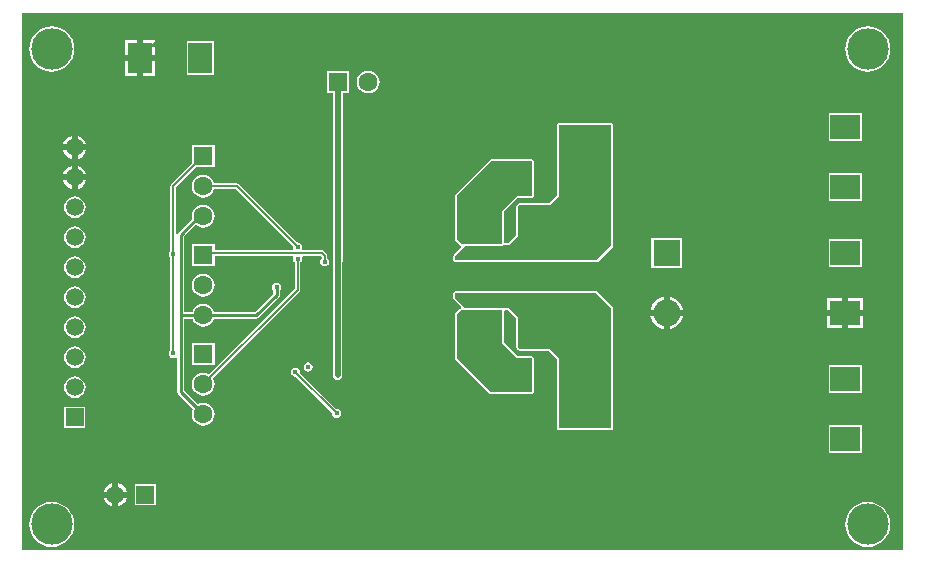
<source format=gbl>
G04*
G04 #@! TF.GenerationSoftware,Altium Limited,Altium Designer,20.2.7 (254)*
G04*
G04 Layer_Physical_Order=2*
G04 Layer_Color=16711680*
%FSLAX24Y24*%
%MOIN*%
G70*
G04*
G04 #@! TF.SameCoordinates,5986AE49-7A84-4E6F-8F63-06B94A686D52*
G04*
G04*
G04 #@! TF.FilePolarity,Positive*
G04*
G01*
G75*
%ADD17C,0.0100*%
%ADD28R,0.0630X0.0630*%
%ADD29C,0.0630*%
%ADD30R,0.0630X0.0630*%
%ADD31R,0.0984X0.0787*%
%ADD32C,0.0900*%
%ADD33R,0.0900X0.0900*%
%ADD34C,0.0591*%
%ADD35R,0.0591X0.0591*%
%ADD36R,0.0591X0.0591*%
%ADD37R,0.0787X0.0984*%
%ADD38C,0.1380*%
%ADD40C,0.0200*%
%ADD42C,0.0060*%
%ADD43C,0.0177*%
%ADD44C,0.0197*%
G36*
X49334Y19187D02*
X19958D01*
Y35775D01*
Y37063D01*
X49334D01*
Y19187D01*
D02*
G37*
%LPC*%
G36*
X24389Y36167D02*
X23996D01*
Y35675D01*
X24389D01*
Y36167D01*
D02*
G37*
G36*
X23796D02*
X23402D01*
Y35675D01*
X23796D01*
Y36167D01*
D02*
G37*
G36*
X48146Y36629D02*
X47999Y36614D01*
X47857Y36571D01*
X47727Y36502D01*
X47613Y36408D01*
X47519Y36294D01*
X47449Y36163D01*
X47407Y36022D01*
X47392Y35875D01*
X47407Y35728D01*
X47449Y35587D01*
X47519Y35456D01*
X47613Y35342D01*
X47727Y35248D01*
X47857Y35179D01*
X47999Y35136D01*
X48146Y35121D01*
X48293Y35136D01*
X48434Y35179D01*
X48564Y35248D01*
X48679Y35342D01*
X48772Y35456D01*
X48842Y35587D01*
X48885Y35728D01*
X48899Y35875D01*
X48885Y36022D01*
X48842Y36163D01*
X48772Y36294D01*
X48679Y36408D01*
X48564Y36502D01*
X48434Y36571D01*
X48293Y36614D01*
X48146Y36629D01*
D02*
G37*
G36*
X20946D02*
X20799Y36614D01*
X20657Y36571D01*
X20527Y36502D01*
X20413Y36408D01*
X20319Y36294D01*
X20249Y36163D01*
X20207Y36022D01*
X20192Y35875D01*
X20207Y35728D01*
X20249Y35587D01*
X20319Y35456D01*
X20413Y35342D01*
X20527Y35248D01*
X20657Y35179D01*
X20799Y35136D01*
X20946Y35121D01*
X21093Y35136D01*
X21234Y35179D01*
X21364Y35248D01*
X21479Y35342D01*
X21572Y35456D01*
X21642Y35587D01*
X21685Y35728D01*
X21699Y35875D01*
X21685Y36022D01*
X21642Y36163D01*
X21572Y36294D01*
X21479Y36408D01*
X21364Y36502D01*
X21234Y36571D01*
X21093Y36614D01*
X20946Y36629D01*
D02*
G37*
G36*
X26349Y36127D02*
X25442D01*
Y35023D01*
X26349D01*
Y36127D01*
D02*
G37*
G36*
X24389Y35475D02*
X23996D01*
Y34983D01*
X24389D01*
Y35475D01*
D02*
G37*
G36*
X23796D02*
X23402D01*
Y34983D01*
X23796D01*
Y35475D01*
D02*
G37*
G36*
X31496Y35153D02*
X31398Y35140D01*
X31307Y35103D01*
X31228Y35042D01*
X31168Y34964D01*
X31130Y34873D01*
X31117Y34775D01*
X31130Y34677D01*
X31168Y34586D01*
X31228Y34508D01*
X31307Y34447D01*
X31398Y34410D01*
X31496Y34397D01*
X31594Y34410D01*
X31685Y34447D01*
X31763Y34508D01*
X31823Y34586D01*
X31861Y34677D01*
X31874Y34775D01*
X31861Y34873D01*
X31823Y34964D01*
X31763Y35042D01*
X31685Y35103D01*
X31594Y35140D01*
X31496Y35153D01*
D02*
G37*
G36*
X47948Y33729D02*
X46844D01*
Y32821D01*
X47948D01*
Y33729D01*
D02*
G37*
G36*
X21818Y32986D02*
Y32700D01*
X22104D01*
X22103Y32703D01*
X22063Y32799D01*
X22000Y32882D01*
X21917Y32945D01*
X21821Y32985D01*
X21818Y32986D01*
D02*
G37*
G36*
X21618D02*
X21615Y32985D01*
X21519Y32945D01*
X21436Y32882D01*
X21373Y32799D01*
X21333Y32703D01*
X21333Y32700D01*
X21618D01*
Y32986D01*
D02*
G37*
G36*
X22104Y32500D02*
X21818D01*
Y32214D01*
X21821Y32215D01*
X21917Y32255D01*
X22000Y32318D01*
X22063Y32401D01*
X22103Y32497D01*
X22104Y32500D01*
D02*
G37*
G36*
X21618D02*
X21333D01*
X21333Y32497D01*
X21373Y32401D01*
X21436Y32318D01*
X21519Y32255D01*
X21615Y32215D01*
X21618Y32214D01*
Y32500D01*
D02*
G37*
G36*
X21818Y31986D02*
Y31700D01*
X22104D01*
X22103Y31703D01*
X22063Y31799D01*
X22000Y31882D01*
X21917Y31945D01*
X21821Y31985D01*
X21818Y31986D01*
D02*
G37*
G36*
X21618D02*
X21615Y31985D01*
X21519Y31945D01*
X21436Y31882D01*
X21373Y31799D01*
X21333Y31703D01*
X21333Y31700D01*
X21618D01*
Y31986D01*
D02*
G37*
G36*
X22104Y31500D02*
X21818D01*
Y31214D01*
X21821Y31215D01*
X21917Y31255D01*
X22000Y31318D01*
X22063Y31401D01*
X22103Y31497D01*
X22104Y31500D01*
D02*
G37*
G36*
X21618D02*
X21333D01*
X21333Y31497D01*
X21373Y31401D01*
X21436Y31318D01*
X21519Y31255D01*
X21615Y31215D01*
X21618Y31214D01*
Y31500D01*
D02*
G37*
G36*
X47948Y31729D02*
X46844D01*
Y30821D01*
X47948D01*
Y31729D01*
D02*
G37*
G36*
X21718Y30958D02*
X21625Y30946D01*
X21539Y30910D01*
X21465Y30853D01*
X21408Y30779D01*
X21372Y30693D01*
X21360Y30600D01*
X21372Y30507D01*
X21408Y30421D01*
X21465Y30347D01*
X21539Y30290D01*
X21625Y30254D01*
X21718Y30242D01*
X21811Y30254D01*
X21897Y30290D01*
X21971Y30347D01*
X22028Y30421D01*
X22064Y30507D01*
X22076Y30600D01*
X22064Y30693D01*
X22028Y30779D01*
X21971Y30853D01*
X21897Y30910D01*
X21811Y30946D01*
X21718Y30958D01*
D02*
G37*
G36*
X26375Y32675D02*
X25625D01*
Y32055D01*
X24931Y31361D01*
X24911Y31331D01*
X24904Y31296D01*
Y29142D01*
X24889Y29132D01*
X24856Y29083D01*
X24844Y29025D01*
X24856Y28967D01*
X24889Y28918D01*
X24904Y28908D01*
Y25842D01*
X24889Y25832D01*
X24856Y25783D01*
X24844Y25725D01*
X24856Y25667D01*
X24889Y25618D01*
X24938Y25585D01*
X24996Y25574D01*
X25054Y25585D01*
X25084Y25605D01*
X25134Y25581D01*
Y24454D01*
X25134Y24454D01*
X25142Y24411D01*
X25166Y24375D01*
X25667Y23875D01*
X25635Y23798D01*
X25622Y23700D01*
X25635Y23602D01*
X25672Y23511D01*
X25733Y23433D01*
X25811Y23372D01*
X25902Y23335D01*
X26000Y23322D01*
X26098Y23335D01*
X26189Y23372D01*
X26267Y23433D01*
X26328Y23511D01*
X26365Y23602D01*
X26378Y23700D01*
X26365Y23798D01*
X26328Y23889D01*
X26267Y23967D01*
X26189Y24028D01*
X26098Y24065D01*
X26000Y24078D01*
X25902Y24065D01*
X25825Y24033D01*
X25358Y24501D01*
Y26888D01*
X25641D01*
X25672Y26811D01*
X25733Y26733D01*
X25811Y26672D01*
X25902Y26635D01*
X26000Y26622D01*
X26098Y26635D01*
X26189Y26672D01*
X26267Y26733D01*
X26328Y26811D01*
X26359Y26888D01*
X27771D01*
X27771Y26888D01*
X27814Y26896D01*
X27850Y26921D01*
X28525Y27596D01*
X28525Y27596D01*
X28549Y27632D01*
X28558Y27675D01*
X28558Y27675D01*
Y27825D01*
X28586Y27867D01*
X28597Y27925D01*
X28586Y27983D01*
X28553Y28032D01*
X28504Y28065D01*
X28446Y28076D01*
X28388Y28065D01*
X28339Y28032D01*
X28306Y27983D01*
X28294Y27925D01*
X28306Y27867D01*
X28334Y27825D01*
Y27721D01*
X27724Y27112D01*
X26359D01*
X26328Y27189D01*
X26267Y27267D01*
X26189Y27328D01*
X26098Y27365D01*
X26000Y27378D01*
X25902Y27365D01*
X25811Y27328D01*
X25733Y27267D01*
X25672Y27189D01*
X25641Y27112D01*
X25358D01*
Y29629D01*
X25749Y30020D01*
X25811Y29972D01*
X25902Y29935D01*
X26000Y29922D01*
X26098Y29935D01*
X26189Y29972D01*
X26267Y30033D01*
X26328Y30111D01*
X26365Y30202D01*
X26378Y30300D01*
X26365Y30398D01*
X26328Y30489D01*
X26267Y30567D01*
X26189Y30628D01*
X26098Y30665D01*
X26000Y30678D01*
X25902Y30665D01*
X25811Y30628D01*
X25733Y30567D01*
X25672Y30489D01*
X25635Y30398D01*
X25622Y30300D01*
X25632Y30220D01*
X25166Y29754D01*
X25142Y29718D01*
X25137Y29695D01*
X25087Y29700D01*
Y31258D01*
X25755Y31925D01*
X26375D01*
Y32675D01*
D02*
G37*
G36*
X39596Y33390D02*
X37846D01*
X37800Y33371D01*
X37781Y33325D01*
X37781Y31002D01*
X37519Y30740D01*
X36546D01*
X36500Y30721D01*
X36450Y30671D01*
X36431Y30625D01*
Y29652D01*
X36169Y29390D01*
X36046D01*
X36011Y29425D01*
X36011Y29575D01*
X36011Y29775D01*
Y30448D01*
X36473Y30910D01*
X36946D01*
X36992Y30929D01*
X37011Y30975D01*
X37011Y32125D01*
X36992Y32171D01*
X36946Y32190D01*
X35596Y32190D01*
X35550Y32171D01*
X34400Y31021D01*
X34381Y30975D01*
X34381Y29775D01*
Y29525D01*
X34400Y29479D01*
X34550Y29329D01*
X34576Y29318D01*
X34593Y29264D01*
X34350Y29021D01*
X34331Y28975D01*
Y28967D01*
X34320Y28914D01*
X34331Y28860D01*
Y28825D01*
X34350Y28779D01*
X34396Y28760D01*
X34696D01*
X39096Y28760D01*
X39142Y28779D01*
X39642Y29279D01*
X39661Y29325D01*
X39661Y33325D01*
X39642Y33371D01*
X39596Y33390D01*
D02*
G37*
G36*
X21718Y29958D02*
X21625Y29946D01*
X21539Y29910D01*
X21465Y29853D01*
X21408Y29779D01*
X21372Y29693D01*
X21360Y29600D01*
X21372Y29507D01*
X21408Y29421D01*
X21465Y29347D01*
X21539Y29290D01*
X21625Y29254D01*
X21718Y29242D01*
X21811Y29254D01*
X21897Y29290D01*
X21971Y29347D01*
X22028Y29421D01*
X22064Y29507D01*
X22076Y29600D01*
X22064Y29693D01*
X22028Y29779D01*
X21971Y29853D01*
X21897Y29910D01*
X21811Y29946D01*
X21718Y29958D01*
D02*
G37*
G36*
X26000Y31678D02*
X25902Y31665D01*
X25811Y31628D01*
X25733Y31567D01*
X25672Y31489D01*
X25635Y31398D01*
X25622Y31300D01*
X25635Y31202D01*
X25672Y31111D01*
X25733Y31033D01*
X25811Y30972D01*
X25902Y30935D01*
X26000Y30922D01*
X26098Y30935D01*
X26189Y30972D01*
X26267Y31033D01*
X26328Y31111D01*
X26365Y31202D01*
X26366Y31208D01*
X27083D01*
X28998Y29293D01*
X28994Y29275D01*
X29006Y29217D01*
X29006Y29217D01*
X28979Y29167D01*
X26375D01*
Y29375D01*
X25625D01*
Y28625D01*
X26375D01*
Y28983D01*
X28979D01*
X29006Y28933D01*
X29006Y28933D01*
X28994Y28875D01*
X29006Y28817D01*
X29039Y28768D01*
X29054Y28758D01*
Y27884D01*
X26194Y25024D01*
X26189Y25028D01*
X26098Y25065D01*
X26000Y25078D01*
X25902Y25065D01*
X25811Y25028D01*
X25733Y24967D01*
X25672Y24889D01*
X25635Y24798D01*
X25622Y24700D01*
X25635Y24602D01*
X25672Y24511D01*
X25733Y24433D01*
X25811Y24372D01*
X25902Y24335D01*
X26000Y24322D01*
X26098Y24335D01*
X26189Y24372D01*
X26267Y24433D01*
X26328Y24511D01*
X26365Y24602D01*
X26378Y24700D01*
X26365Y24798D01*
X26328Y24889D01*
X26324Y24894D01*
X29211Y27781D01*
X29230Y27811D01*
X29237Y27846D01*
Y28758D01*
X29253Y28768D01*
X29286Y28817D01*
X29297Y28875D01*
X29286Y28933D01*
X29285Y28933D01*
X29312Y28983D01*
X29908D01*
X29952Y28939D01*
X29949Y28889D01*
X29939Y28882D01*
X29906Y28833D01*
X29894Y28775D01*
X29906Y28717D01*
X29939Y28668D01*
X29988Y28635D01*
X30046Y28624D01*
X30104Y28635D01*
X30153Y28668D01*
X30186Y28717D01*
X30197Y28775D01*
X30186Y28833D01*
X30153Y28882D01*
X30137Y28892D01*
Y28975D01*
X30130Y29010D01*
X30111Y29040D01*
X30011Y29140D01*
X29981Y29160D01*
X29946Y29167D01*
X29312D01*
X29285Y29217D01*
X29286Y29217D01*
X29297Y29275D01*
X29286Y29333D01*
X29253Y29382D01*
X29204Y29415D01*
X29146Y29426D01*
X29128Y29423D01*
X27186Y31365D01*
X27156Y31385D01*
X27121Y31392D01*
X26366D01*
X26365Y31398D01*
X26328Y31489D01*
X26267Y31567D01*
X26189Y31628D01*
X26098Y31665D01*
X26000Y31678D01*
D02*
G37*
G36*
X47948Y29529D02*
X46844D01*
Y28621D01*
X47948D01*
Y29529D01*
D02*
G37*
G36*
X41956Y29585D02*
X40936D01*
Y28565D01*
X41956D01*
Y29585D01*
D02*
G37*
G36*
X21718Y28958D02*
X21625Y28946D01*
X21539Y28910D01*
X21465Y28853D01*
X21408Y28779D01*
X21372Y28693D01*
X21360Y28600D01*
X21372Y28507D01*
X21408Y28421D01*
X21465Y28347D01*
X21539Y28290D01*
X21625Y28254D01*
X21718Y28242D01*
X21811Y28254D01*
X21897Y28290D01*
X21971Y28347D01*
X22028Y28421D01*
X22064Y28507D01*
X22076Y28600D01*
X22064Y28693D01*
X22028Y28779D01*
X21971Y28853D01*
X21897Y28910D01*
X21811Y28946D01*
X21718Y28958D01*
D02*
G37*
G36*
X26000Y28378D02*
X25902Y28365D01*
X25811Y28328D01*
X25733Y28267D01*
X25672Y28189D01*
X25635Y28098D01*
X25622Y28000D01*
X25635Y27902D01*
X25672Y27811D01*
X25733Y27733D01*
X25811Y27672D01*
X25902Y27635D01*
X26000Y27622D01*
X26098Y27635D01*
X26189Y27672D01*
X26267Y27733D01*
X26328Y27811D01*
X26365Y27902D01*
X26378Y28000D01*
X26365Y28098D01*
X26328Y28189D01*
X26267Y28267D01*
X26189Y28328D01*
X26098Y28365D01*
X26000Y28378D01*
D02*
G37*
G36*
X21718Y27958D02*
X21625Y27946D01*
X21539Y27910D01*
X21465Y27853D01*
X21408Y27779D01*
X21372Y27693D01*
X21360Y27600D01*
X21372Y27507D01*
X21408Y27421D01*
X21465Y27347D01*
X21539Y27290D01*
X21625Y27254D01*
X21718Y27242D01*
X21811Y27254D01*
X21897Y27290D01*
X21971Y27347D01*
X22028Y27421D01*
X22064Y27507D01*
X22076Y27600D01*
X22064Y27693D01*
X22028Y27779D01*
X21971Y27853D01*
X21897Y27910D01*
X21811Y27946D01*
X21718Y27958D01*
D02*
G37*
G36*
X47988Y27569D02*
X47496D01*
Y27175D01*
X47988D01*
Y27569D01*
D02*
G37*
G36*
X41546Y27617D02*
Y27175D01*
X41987D01*
X41982Y27219D01*
X41926Y27352D01*
X41838Y27467D01*
X41723Y27555D01*
X41589Y27611D01*
X41546Y27617D01*
D02*
G37*
G36*
X41346Y27617D02*
X41302Y27611D01*
X41168Y27555D01*
X41053Y27467D01*
X40965Y27352D01*
X40910Y27219D01*
X40904Y27175D01*
X41346D01*
Y27617D01*
D02*
G37*
G36*
X47296Y27569D02*
X46804D01*
Y27175D01*
X47296D01*
Y27569D01*
D02*
G37*
G36*
X47988Y26975D02*
X47496D01*
Y26581D01*
X47988D01*
Y26975D01*
D02*
G37*
G36*
X47296D02*
X46804D01*
Y26581D01*
X47296D01*
Y26975D01*
D02*
G37*
G36*
X41346D02*
X40904D01*
X40910Y26931D01*
X40965Y26798D01*
X41053Y26683D01*
X41168Y26595D01*
X41302Y26539D01*
X41346Y26533D01*
Y26975D01*
D02*
G37*
G36*
X41987D02*
X41546D01*
Y26533D01*
X41589Y26539D01*
X41723Y26595D01*
X41838Y26683D01*
X41926Y26798D01*
X41982Y26931D01*
X41987Y26975D01*
D02*
G37*
G36*
X21718Y26958D02*
X21625Y26946D01*
X21539Y26910D01*
X21465Y26853D01*
X21408Y26779D01*
X21372Y26693D01*
X21360Y26600D01*
X21372Y26507D01*
X21408Y26421D01*
X21465Y26347D01*
X21539Y26290D01*
X21625Y26254D01*
X21718Y26242D01*
X21811Y26254D01*
X21897Y26290D01*
X21971Y26347D01*
X22028Y26421D01*
X22064Y26507D01*
X22076Y26600D01*
X22064Y26693D01*
X22028Y26779D01*
X21971Y26853D01*
X21897Y26910D01*
X21811Y26946D01*
X21718Y26958D01*
D02*
G37*
G36*
X26375Y26075D02*
X25625D01*
Y25325D01*
X26375D01*
Y26075D01*
D02*
G37*
G36*
X21718Y25958D02*
X21625Y25946D01*
X21539Y25910D01*
X21465Y25853D01*
X21408Y25779D01*
X21372Y25693D01*
X21360Y25600D01*
X21372Y25507D01*
X21408Y25421D01*
X21465Y25347D01*
X21539Y25290D01*
X21625Y25254D01*
X21718Y25242D01*
X21811Y25254D01*
X21897Y25290D01*
X21971Y25347D01*
X22028Y25421D01*
X22064Y25507D01*
X22076Y25600D01*
X22064Y25693D01*
X22028Y25779D01*
X21971Y25853D01*
X21897Y25910D01*
X21811Y25946D01*
X21718Y25958D01*
D02*
G37*
G36*
X29497Y25425D02*
X29439Y25414D01*
X29390Y25381D01*
X29357Y25332D01*
X29345Y25274D01*
X29357Y25216D01*
X29390Y25167D01*
X29439Y25134D01*
X29497Y25122D01*
X29555Y25134D01*
X29604Y25167D01*
X29637Y25216D01*
X29648Y25274D01*
X29637Y25332D01*
X29604Y25381D01*
X29555Y25414D01*
X29497Y25425D01*
D02*
G37*
G36*
X30871Y35150D02*
X30121D01*
Y34400D01*
X30318D01*
Y24990D01*
X30330Y24927D01*
X30366Y24875D01*
X30418Y24839D01*
X30481Y24827D01*
X30543Y24839D01*
X30596Y24875D01*
X30632Y24927D01*
X30644Y24990D01*
Y34400D01*
X30871D01*
Y35150D01*
D02*
G37*
G36*
X47948Y25329D02*
X46844D01*
Y24421D01*
X47948D01*
Y25329D01*
D02*
G37*
G36*
X21718Y24958D02*
X21625Y24946D01*
X21539Y24910D01*
X21465Y24853D01*
X21408Y24779D01*
X21372Y24693D01*
X21360Y24600D01*
X21372Y24507D01*
X21408Y24421D01*
X21465Y24347D01*
X21539Y24290D01*
X21625Y24254D01*
X21718Y24242D01*
X21811Y24254D01*
X21897Y24290D01*
X21971Y24347D01*
X22028Y24421D01*
X22064Y24507D01*
X22076Y24600D01*
X22064Y24693D01*
X22028Y24779D01*
X21971Y24853D01*
X21897Y24910D01*
X21811Y24946D01*
X21718Y24958D01*
D02*
G37*
G36*
X29069Y25253D02*
X29011Y25241D01*
X28962Y25208D01*
X28929Y25159D01*
X28918Y25101D01*
X28929Y25043D01*
X28962Y24994D01*
X29011Y24961D01*
X29069Y24950D01*
X29088Y24953D01*
X30298Y23743D01*
X30294Y23725D01*
X30306Y23667D01*
X30339Y23618D01*
X30388Y23585D01*
X30446Y23574D01*
X30504Y23585D01*
X30553Y23618D01*
X30586Y23667D01*
X30597Y23725D01*
X30586Y23783D01*
X30553Y23832D01*
X30504Y23865D01*
X30446Y23876D01*
X30428Y23873D01*
X29217Y25083D01*
X29221Y25101D01*
X29209Y25159D01*
X29177Y25208D01*
X29127Y25241D01*
X29069Y25253D01*
D02*
G37*
G36*
X22073Y23955D02*
X21363D01*
Y23245D01*
X22073D01*
Y23955D01*
D02*
G37*
G36*
X34696Y27790D02*
X34396D01*
X34350Y27771D01*
X34331Y27725D01*
Y27690D01*
X34320Y27636D01*
X34331Y27583D01*
Y27575D01*
X34350Y27529D01*
X34593Y27286D01*
X34576Y27232D01*
X34550Y27221D01*
X34400Y27071D01*
X34381Y27025D01*
Y26775D01*
X34381Y25575D01*
X34400Y25529D01*
X35550Y24379D01*
X35596Y24360D01*
X36946Y24360D01*
X36992Y24379D01*
X37011Y24425D01*
X37011Y25575D01*
X36992Y25621D01*
X36946Y25640D01*
X36473D01*
X36011Y26102D01*
Y26775D01*
X36011Y26975D01*
X36011Y27125D01*
X36046Y27160D01*
X36169D01*
X36431Y26898D01*
Y25925D01*
X36450Y25879D01*
X36500Y25829D01*
X36546Y25810D01*
X37519D01*
X37781Y25548D01*
X37781Y23225D01*
X37800Y23179D01*
X37846Y23160D01*
X39596D01*
X39642Y23179D01*
X39661Y23225D01*
X39661Y27225D01*
X39642Y27271D01*
X39142Y27771D01*
X39096Y27790D01*
X34696Y27790D01*
D02*
G37*
G36*
X47948Y23329D02*
X46844D01*
Y22421D01*
X47948D01*
Y23329D01*
D02*
G37*
G36*
X23164Y21404D02*
Y21118D01*
X23449D01*
X23449Y21121D01*
X23409Y21218D01*
X23345Y21300D01*
X23263Y21364D01*
X23167Y21403D01*
X23164Y21404D01*
D02*
G37*
G36*
X22964D02*
X22960Y21403D01*
X22864Y21364D01*
X22782Y21300D01*
X22718Y21218D01*
X22678Y21121D01*
X22678Y21118D01*
X22964D01*
Y21404D01*
D02*
G37*
G36*
X24419Y21374D02*
X23708D01*
Y20663D01*
X24419D01*
Y21374D01*
D02*
G37*
G36*
X23449Y20918D02*
X23164D01*
Y20633D01*
X23167Y20633D01*
X23263Y20673D01*
X23345Y20736D01*
X23409Y20819D01*
X23449Y20915D01*
X23449Y20918D01*
D02*
G37*
G36*
X22964D02*
X22678D01*
X22678Y20915D01*
X22718Y20819D01*
X22782Y20736D01*
X22864Y20673D01*
X22960Y20633D01*
X22964Y20633D01*
Y20918D01*
D02*
G37*
G36*
X48146Y20779D02*
X47999Y20764D01*
X47857Y20721D01*
X47727Y20652D01*
X47613Y20558D01*
X47519Y20444D01*
X47449Y20313D01*
X47407Y20172D01*
X47392Y20025D01*
X47407Y19878D01*
X47449Y19737D01*
X47519Y19606D01*
X47613Y19492D01*
X47727Y19398D01*
X47857Y19329D01*
X47999Y19286D01*
X48146Y19271D01*
X48293Y19286D01*
X48434Y19329D01*
X48564Y19398D01*
X48679Y19492D01*
X48772Y19606D01*
X48842Y19737D01*
X48885Y19878D01*
X48899Y20025D01*
X48885Y20172D01*
X48842Y20313D01*
X48772Y20444D01*
X48679Y20558D01*
X48564Y20652D01*
X48434Y20721D01*
X48293Y20764D01*
X48146Y20779D01*
D02*
G37*
G36*
X20946D02*
X20799Y20764D01*
X20657Y20721D01*
X20527Y20652D01*
X20413Y20558D01*
X20319Y20444D01*
X20249Y20313D01*
X20207Y20172D01*
X20192Y20025D01*
X20207Y19878D01*
X20249Y19737D01*
X20319Y19606D01*
X20413Y19492D01*
X20527Y19398D01*
X20657Y19329D01*
X20799Y19286D01*
X20946Y19271D01*
X21093Y19286D01*
X21234Y19329D01*
X21364Y19398D01*
X21479Y19492D01*
X21572Y19606D01*
X21642Y19737D01*
X21685Y19878D01*
X21699Y20025D01*
X21685Y20172D01*
X21642Y20313D01*
X21572Y20444D01*
X21479Y20558D01*
X21364Y20652D01*
X21234Y20721D01*
X21093Y20764D01*
X20946Y20779D01*
D02*
G37*
%LPD*%
G36*
X36946Y32125D02*
X36946Y30975D01*
X36446D01*
X35946Y30475D01*
Y29775D01*
X35946Y29575D01*
X35946Y29375D01*
X34596Y29375D01*
X34446Y29525D01*
Y29775D01*
X34446Y30975D01*
X35596Y32125D01*
X36946Y32125D01*
D02*
G37*
G36*
X39596Y29325D02*
X39096Y28825D01*
X34696Y28825D01*
X34396D01*
Y28975D01*
X34731Y29310D01*
X35946Y29310D01*
X35982Y29325D01*
X36196D01*
X36496Y29625D01*
Y30625D01*
X36546Y30675D01*
X37546D01*
X37846Y30975D01*
X37846Y33325D01*
X39596D01*
X39596Y29325D01*
D02*
G37*
G36*
X35946Y26975D02*
X35946Y26775D01*
Y26075D01*
X36446Y25575D01*
X36946D01*
X36946Y24425D01*
X35596Y24425D01*
X34446Y25575D01*
X34446Y26775D01*
Y27025D01*
X34596Y27175D01*
X35946Y27175D01*
X35946Y26975D01*
D02*
G37*
G36*
X39096Y27725D02*
X39596Y27225D01*
X39596Y23225D01*
X37846D01*
X37846Y25575D01*
X37546Y25875D01*
X36546D01*
X36496Y25925D01*
Y26925D01*
X36196Y27225D01*
X35982D01*
X35946Y27240D01*
X34731Y27240D01*
X34396Y27575D01*
Y27725D01*
X34696D01*
X39096Y27725D01*
D02*
G37*
D17*
X35196Y22475D02*
Y23375D01*
Y22475D02*
X35396Y22275D01*
X40237Y22266D02*
X41446Y23475D01*
X40154Y22266D02*
X40237D01*
X40146Y22275D02*
X40154Y22266D01*
X35396Y22275D02*
X40146D01*
X41446Y23475D02*
Y27075D01*
X44696Y30325D02*
Y34125D01*
Y27075D02*
Y30325D01*
Y27075D02*
X47396D01*
X41446D02*
X44696D01*
X32330Y29574D02*
Y31691D01*
X31046Y32625D02*
X31396D01*
X32330Y31691D01*
X24796Y36475D02*
X30696D01*
X23896Y35575D02*
Y35673D01*
X24239Y36017D01*
X24338D01*
X24796Y36475D01*
X30696D02*
X31046Y36125D01*
Y32625D02*
Y36125D01*
X28446Y27675D02*
Y27925D01*
X27771Y27000D02*
X28446Y27675D01*
X26000Y27000D02*
X27771D01*
X25246Y26975D02*
Y29675D01*
Y24454D02*
Y26975D01*
X25271Y27000D02*
X26000D01*
X25246Y26975D02*
X25271Y27000D01*
X25871Y30300D02*
X26000D01*
X25246Y29675D02*
X25871Y30300D01*
X25246Y24454D02*
X26000Y23700D01*
X34946Y30075D02*
X36296Y31425D01*
X36196Y29625D02*
Y30525D01*
X35196Y23958D02*
X37029D01*
X33713D02*
X35196D01*
Y23375D02*
Y23958D01*
X33446Y24225D02*
X33713Y23958D01*
X33246Y24425D02*
X33446Y24225D01*
X33196Y26950D02*
Y26976D01*
Y26950D02*
X33246Y26900D01*
Y24425D02*
Y26900D01*
X37029Y23958D02*
X37346Y24275D01*
X36496Y25725D02*
X37287D01*
X37346Y25666D01*
Y24275D02*
Y25666D01*
X36196Y26025D02*
X36496Y25725D01*
X36196Y26025D02*
Y26925D01*
X33196Y29574D02*
Y29600D01*
X33246Y29650D01*
Y33275D01*
X33596Y33625D01*
X36146D02*
X37396Y32375D01*
X33596Y33625D02*
X36146D01*
X37396Y30925D02*
Y32375D01*
X37296Y30825D02*
X37396Y30925D01*
X36196Y30525D02*
X36496Y30825D01*
X37296D01*
X34946Y29675D02*
Y30075D01*
X38593Y29074D02*
Y32572D01*
X38596Y32575D01*
X38583Y29066D02*
X38592Y29075D01*
X35072Y29066D02*
X38583D01*
X38592Y29075D02*
X38593Y29074D01*
X34946Y26475D02*
X36296Y25125D01*
X34946Y26475D02*
Y26875D01*
X38593Y23978D02*
Y27476D01*
Y23978D02*
X38596Y23975D01*
X38583Y27484D02*
X38592Y27475D01*
X35072Y27484D02*
X38583D01*
X38592Y27475D02*
X38593Y27476D01*
D28*
X26000Y25700D02*
D03*
Y29000D02*
D03*
Y32300D02*
D03*
D29*
Y24700D02*
D03*
Y23700D02*
D03*
Y28000D02*
D03*
Y27000D02*
D03*
Y31300D02*
D03*
Y30300D02*
D03*
X31496Y34775D02*
D03*
D30*
X30496D02*
D03*
D31*
X47396Y33275D02*
D03*
Y31275D02*
D03*
Y24875D02*
D03*
Y22875D02*
D03*
Y29075D02*
D03*
Y27075D02*
D03*
D32*
X41446D02*
D03*
D33*
Y29075D02*
D03*
D34*
X21718Y32600D02*
D03*
Y31600D02*
D03*
Y30600D02*
D03*
Y28600D02*
D03*
Y26600D02*
D03*
Y24600D02*
D03*
Y25600D02*
D03*
Y27600D02*
D03*
Y29600D02*
D03*
X23064Y21018D02*
D03*
D35*
X21718Y23600D02*
D03*
D36*
X24064Y21018D02*
D03*
D37*
X23896Y35575D02*
D03*
X25896D02*
D03*
D38*
X20946Y35875D02*
D03*
Y20025D02*
D03*
X48146Y35875D02*
D03*
Y20025D02*
D03*
D40*
X30481Y34760D02*
X30496Y34775D01*
X30481Y24990D02*
Y34760D01*
D42*
X29069Y25101D02*
X30446Y23725D01*
X30256Y28596D02*
X30291Y28561D01*
X30671Y24911D02*
Y28740D01*
X30706Y28775D02*
X31530D01*
X29972Y28596D02*
X30256D01*
X30402Y24800D02*
X30560D01*
X30671Y24911D01*
Y28740D02*
X30706Y28775D01*
X31530D02*
X31896Y29141D01*
X29793Y28775D02*
X29972Y28596D01*
X29396Y28775D02*
X29793D01*
X30291Y24911D02*
Y28561D01*
Y24911D02*
X30402Y24800D01*
X24996Y29025D02*
Y31296D01*
Y25725D02*
Y29025D01*
Y31296D02*
X26000Y32300D01*
Y29000D02*
X26075Y29075D01*
X29946D01*
X30046Y28775D02*
Y28975D01*
X29946Y29075D02*
X30046Y28975D01*
X31346Y24325D02*
X31896D01*
X31896Y26976D02*
X32096Y26777D01*
Y24525D02*
Y26777D01*
X31896Y24325D02*
X32096Y24525D01*
X26000Y31300D02*
X27121D01*
X29146Y29275D01*
X26000Y24700D02*
X29146Y27846D01*
Y28875D01*
D43*
X48500Y33000D02*
D03*
Y31000D02*
D03*
X48000Y30000D02*
D03*
X48500Y27000D02*
D03*
X48000Y26000D02*
D03*
X48500Y25000D02*
D03*
X48000Y24000D02*
D03*
X48500Y23000D02*
D03*
X48000Y22000D02*
D03*
X48500Y21000D02*
D03*
X47000Y36000D02*
D03*
Y30000D02*
D03*
Y26000D02*
D03*
Y22000D02*
D03*
X47500Y21000D02*
D03*
X47000Y20000D02*
D03*
X46000Y36000D02*
D03*
Y30000D02*
D03*
X46500Y27000D02*
D03*
X46000Y26000D02*
D03*
Y22000D02*
D03*
X46500Y21000D02*
D03*
X46000Y20000D02*
D03*
X45000Y36000D02*
D03*
X45500Y27000D02*
D03*
Y21000D02*
D03*
X45000Y20000D02*
D03*
X44000Y36000D02*
D03*
Y34000D02*
D03*
X44500Y27000D02*
D03*
X44000Y26000D02*
D03*
Y22000D02*
D03*
X44500Y21000D02*
D03*
X44000Y20000D02*
D03*
X43000Y36000D02*
D03*
Y34000D02*
D03*
X43500Y27000D02*
D03*
X43000Y26000D02*
D03*
Y22000D02*
D03*
X43500Y21000D02*
D03*
X43000Y20000D02*
D03*
X42000Y36000D02*
D03*
Y34000D02*
D03*
X42500Y27000D02*
D03*
X42000Y26000D02*
D03*
Y22000D02*
D03*
X42500Y21000D02*
D03*
X42000Y20000D02*
D03*
X41000Y36000D02*
D03*
Y34000D02*
D03*
Y26000D02*
D03*
Y22000D02*
D03*
X41500Y21000D02*
D03*
X41000Y20000D02*
D03*
X40000Y36000D02*
D03*
Y34000D02*
D03*
Y26000D02*
D03*
Y22000D02*
D03*
X40500Y21000D02*
D03*
X40000Y20000D02*
D03*
X39000Y36000D02*
D03*
Y34000D02*
D03*
Y22000D02*
D03*
X39500Y21000D02*
D03*
X39000Y20000D02*
D03*
X38000Y36000D02*
D03*
Y34000D02*
D03*
Y22000D02*
D03*
X38500Y21000D02*
D03*
X38000Y20000D02*
D03*
X37000Y36000D02*
D03*
Y34000D02*
D03*
X37500Y33000D02*
D03*
X37000Y24000D02*
D03*
X37500Y23000D02*
D03*
X37000Y22000D02*
D03*
X37500Y21000D02*
D03*
X37000Y20000D02*
D03*
X36000Y36000D02*
D03*
Y34000D02*
D03*
X36500Y33000D02*
D03*
X36000Y24000D02*
D03*
X36500Y23000D02*
D03*
X36000Y22000D02*
D03*
X36500Y21000D02*
D03*
X36000Y20000D02*
D03*
X35000Y36000D02*
D03*
Y34000D02*
D03*
X35500Y33000D02*
D03*
X35000Y32000D02*
D03*
Y22000D02*
D03*
X35500Y21000D02*
D03*
X35000Y20000D02*
D03*
X34000Y36000D02*
D03*
Y34000D02*
D03*
X34500Y33000D02*
D03*
Y25000D02*
D03*
X34000Y22000D02*
D03*
X34500Y21000D02*
D03*
X34000Y20000D02*
D03*
X33000Y36000D02*
D03*
Y34000D02*
D03*
X33500Y33000D02*
D03*
X33000Y32000D02*
D03*
X33500Y31000D02*
D03*
X33000Y26000D02*
D03*
Y22000D02*
D03*
X33500Y21000D02*
D03*
X33000Y20000D02*
D03*
X32000Y36000D02*
D03*
Y34000D02*
D03*
X32500Y33000D02*
D03*
X32000Y32000D02*
D03*
X32500Y31000D02*
D03*
X32000Y26000D02*
D03*
Y24000D02*
D03*
X32500Y21000D02*
D03*
X32000Y20000D02*
D03*
X31000Y36000D02*
D03*
Y34000D02*
D03*
X31500Y33000D02*
D03*
Y31000D02*
D03*
Y29000D02*
D03*
Y27000D02*
D03*
Y21000D02*
D03*
X31000Y20000D02*
D03*
X30000Y34000D02*
D03*
Y32000D02*
D03*
Y22000D02*
D03*
X30500Y21000D02*
D03*
X30000Y20000D02*
D03*
X29500Y35000D02*
D03*
Y33000D02*
D03*
X29000Y32000D02*
D03*
X29500Y31000D02*
D03*
Y27000D02*
D03*
Y25000D02*
D03*
X29000Y24000D02*
D03*
X29500Y23000D02*
D03*
X29000Y20000D02*
D03*
X28500Y35000D02*
D03*
Y33000D02*
D03*
X28000Y32000D02*
D03*
X28500Y31000D02*
D03*
X28000Y28000D02*
D03*
X28500Y25000D02*
D03*
Y23000D02*
D03*
X27500Y35000D02*
D03*
X27000Y34000D02*
D03*
X27500Y33000D02*
D03*
X27000Y32000D02*
D03*
Y28000D02*
D03*
X27500Y25000D02*
D03*
X27000Y24000D02*
D03*
X27500Y23000D02*
D03*
X27000Y22000D02*
D03*
Y20000D02*
D03*
X26500Y35000D02*
D03*
X26000Y34000D02*
D03*
X26500Y33000D02*
D03*
Y31000D02*
D03*
X26000Y22000D02*
D03*
Y20000D02*
D03*
X25000Y36000D02*
D03*
Y34000D02*
D03*
X25500Y33000D02*
D03*
X25000Y32000D02*
D03*
X25500Y31000D02*
D03*
Y25000D02*
D03*
X25000Y24000D02*
D03*
Y22000D02*
D03*
Y20000D02*
D03*
X24500Y35000D02*
D03*
X24000Y34000D02*
D03*
X24500Y33000D02*
D03*
X24000Y32000D02*
D03*
X24500Y31000D02*
D03*
Y29000D02*
D03*
X24000Y28000D02*
D03*
X24500Y27000D02*
D03*
Y25000D02*
D03*
X24000Y24000D02*
D03*
Y22000D02*
D03*
Y20000D02*
D03*
X23000Y36000D02*
D03*
Y34000D02*
D03*
X23500Y33000D02*
D03*
X23000Y32000D02*
D03*
X23500Y31000D02*
D03*
Y29000D02*
D03*
X23000Y28000D02*
D03*
X23500Y27000D02*
D03*
Y25000D02*
D03*
X23000Y24000D02*
D03*
Y22000D02*
D03*
X23500Y21000D02*
D03*
X23000Y20000D02*
D03*
X22000Y36000D02*
D03*
X22500Y35000D02*
D03*
X22000Y34000D02*
D03*
X22500Y33000D02*
D03*
X22000Y32000D02*
D03*
X22500Y31000D02*
D03*
X22000Y30000D02*
D03*
X22500Y29000D02*
D03*
X22000Y28000D02*
D03*
X22500Y25000D02*
D03*
X22000Y22000D02*
D03*
X22500Y21000D02*
D03*
X22000Y20000D02*
D03*
X21500Y35000D02*
D03*
X21000Y34000D02*
D03*
Y32000D02*
D03*
X21500Y31000D02*
D03*
X21000Y30000D02*
D03*
X21500Y29000D02*
D03*
X21000Y28000D02*
D03*
X21500Y27000D02*
D03*
X21000Y26000D02*
D03*
X21500Y25000D02*
D03*
X21000Y24000D02*
D03*
X21500Y23000D02*
D03*
X21000Y22000D02*
D03*
X21500Y21000D02*
D03*
X39096Y23475D02*
D03*
X38596D02*
D03*
X38346D02*
D03*
X38846D02*
D03*
X38096D02*
D03*
X44696Y30325D02*
D03*
Y34125D02*
D03*
X29069Y25101D02*
D03*
X29497Y25274D02*
D03*
X24996Y29025D02*
D03*
Y25725D02*
D03*
X30046Y28775D02*
D03*
X31346Y24325D02*
D03*
X29396Y28775D02*
D03*
X31046Y32625D02*
D03*
X30446Y23725D02*
D03*
X28446Y27925D02*
D03*
X35096Y29475D02*
D03*
X35716Y29673D02*
D03*
X35246Y29675D02*
D03*
X35846Y29475D02*
D03*
X35474Y29673D02*
D03*
X34946Y29675D02*
D03*
X35596Y29475D02*
D03*
X35346D02*
D03*
X36196Y29625D02*
D03*
X35196Y23375D02*
D03*
X33446Y24225D02*
D03*
X29146Y29275D02*
D03*
Y28875D02*
D03*
X30481Y24990D02*
D03*
X36546Y25425D02*
D03*
X36796D02*
D03*
X39346Y33075D02*
D03*
X39096D02*
D03*
X38846D02*
D03*
X38596D02*
D03*
X38346D02*
D03*
X38096D02*
D03*
Y32825D02*
D03*
X38346D02*
D03*
X38096Y32575D02*
D03*
X38346D02*
D03*
X38596Y32825D02*
D03*
X38846D02*
D03*
X39096D02*
D03*
X39346D02*
D03*
Y32575D02*
D03*
X39096D02*
D03*
X38846D02*
D03*
X36046Y32025D02*
D03*
Y31725D02*
D03*
Y31425D02*
D03*
Y31125D02*
D03*
X36296Y32025D02*
D03*
Y31725D02*
D03*
Y31425D02*
D03*
Y31125D02*
D03*
X36546D02*
D03*
Y31425D02*
D03*
Y31725D02*
D03*
Y32025D02*
D03*
X36796D02*
D03*
Y31725D02*
D03*
Y31425D02*
D03*
Y31125D02*
D03*
X38596Y32575D02*
D03*
X34710Y28960D02*
D03*
X34472Y28914D02*
D03*
X35072Y29066D02*
D03*
X34887Y29217D02*
D03*
X35386Y29063D02*
D03*
X35630Y29063D02*
D03*
X35857D02*
D03*
X35240Y29219D02*
D03*
X34869Y29467D02*
D03*
X34646Y29475D02*
D03*
X38593Y29074D02*
D03*
X39346Y23475D02*
D03*
X38096Y23725D02*
D03*
X38346D02*
D03*
X38096Y23975D02*
D03*
X38346D02*
D03*
X38596Y23725D02*
D03*
X38846D02*
D03*
X39096D02*
D03*
X39346D02*
D03*
Y23975D02*
D03*
X39096D02*
D03*
X38846D02*
D03*
X36046Y24525D02*
D03*
Y24825D02*
D03*
Y25125D02*
D03*
Y25425D02*
D03*
X36296Y24525D02*
D03*
Y24825D02*
D03*
Y25125D02*
D03*
Y25425D02*
D03*
X36546Y25125D02*
D03*
Y24825D02*
D03*
Y24525D02*
D03*
X36796D02*
D03*
Y24825D02*
D03*
Y25125D02*
D03*
X36196Y26925D02*
D03*
X38596Y23975D02*
D03*
X34710Y27590D02*
D03*
X34472Y27636D02*
D03*
X35072Y27484D02*
D03*
X34887Y27333D02*
D03*
X35386Y27487D02*
D03*
X35630Y27487D02*
D03*
X35857D02*
D03*
X35240Y27331D02*
D03*
X34869Y27083D02*
D03*
X35474Y26877D02*
D03*
X35716D02*
D03*
X35246Y26875D02*
D03*
X35096Y27075D02*
D03*
X35346D02*
D03*
X35596D02*
D03*
X35846D02*
D03*
X34646D02*
D03*
X38593Y27476D02*
D03*
X34946Y26875D02*
D03*
D44*
X33196Y26976D02*
D03*
X32763D02*
D03*
X32330D02*
D03*
X31896D02*
D03*
X33196Y27409D02*
D03*
X32763D02*
D03*
X32330D02*
D03*
X31896D02*
D03*
X33196Y27842D02*
D03*
X32763D02*
D03*
X32330D02*
D03*
X31896D02*
D03*
X33196Y28275D02*
D03*
X32763D02*
D03*
X32330D02*
D03*
X31896D02*
D03*
X33196Y28708D02*
D03*
X32763D02*
D03*
X32330D02*
D03*
X31896D02*
D03*
X33196Y29141D02*
D03*
X32763D02*
D03*
X32330D02*
D03*
X31896D02*
D03*
X33196Y29574D02*
D03*
X32763D02*
D03*
X32330D02*
D03*
X31896D02*
D03*
M02*

</source>
